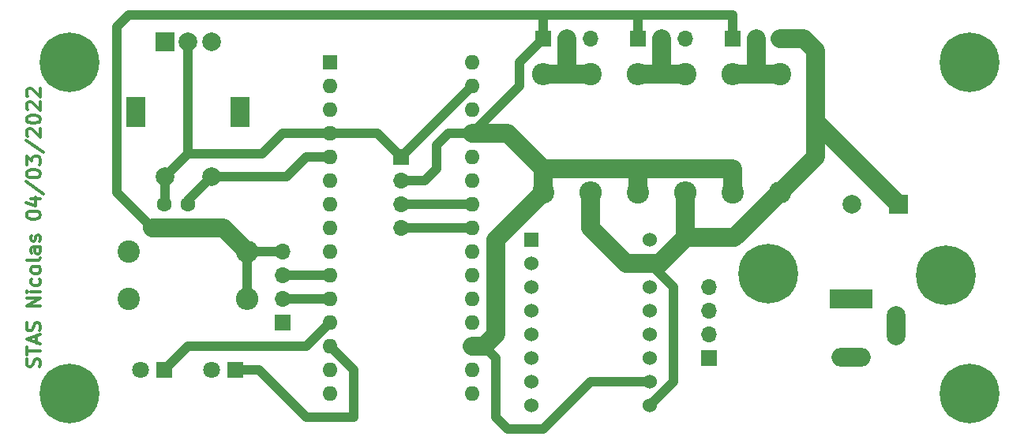
<source format=gbr>
%TF.GenerationSoftware,KiCad,Pcbnew,(6.0.2)*%
%TF.CreationDate,2022-03-04T14:07:56+01:00*%
%TF.ProjectId,interfacev1,696e7465-7266-4616-9365-76312e6b6963,rev?*%
%TF.SameCoordinates,Original*%
%TF.FileFunction,Copper,L1,Top*%
%TF.FilePolarity,Positive*%
%FSLAX46Y46*%
G04 Gerber Fmt 4.6, Leading zero omitted, Abs format (unit mm)*
G04 Created by KiCad (PCBNEW (6.0.2)) date 2022-03-04 14:07:56*
%MOMM*%
%LPD*%
G01*
G04 APERTURE LIST*
%ADD10C,0.300000*%
%TA.AperFunction,NonConductor*%
%ADD11C,0.300000*%
%TD*%
%TA.AperFunction,ComponentPad*%
%ADD12R,1.530000X1.530000*%
%TD*%
%TA.AperFunction,ComponentPad*%
%ADD13C,1.530000*%
%TD*%
%TA.AperFunction,ComponentPad*%
%ADD14C,2.400000*%
%TD*%
%TA.AperFunction,ComponentPad*%
%ADD15O,2.400000X2.400000*%
%TD*%
%TA.AperFunction,ComponentPad*%
%ADD16R,2.000000X2.000000*%
%TD*%
%TA.AperFunction,ComponentPad*%
%ADD17C,2.000000*%
%TD*%
%TA.AperFunction,ComponentPad*%
%ADD18R,2.000000X3.200000*%
%TD*%
%TA.AperFunction,ComponentPad*%
%ADD19R,4.600000X2.000000*%
%TD*%
%TA.AperFunction,ComponentPad*%
%ADD20O,4.200000X2.000000*%
%TD*%
%TA.AperFunction,ComponentPad*%
%ADD21O,2.000000X4.200000*%
%TD*%
%TA.AperFunction,ComponentPad*%
%ADD22R,1.700000X1.700000*%
%TD*%
%TA.AperFunction,ComponentPad*%
%ADD23O,1.700000X1.700000*%
%TD*%
%TA.AperFunction,ComponentPad*%
%ADD24C,0.800000*%
%TD*%
%TA.AperFunction,ComponentPad*%
%ADD25C,6.400000*%
%TD*%
%TA.AperFunction,ComponentPad*%
%ADD26R,1.800000X1.800000*%
%TD*%
%TA.AperFunction,ComponentPad*%
%ADD27C,1.800000*%
%TD*%
%TA.AperFunction,ComponentPad*%
%ADD28C,1.600000*%
%TD*%
%TA.AperFunction,ComponentPad*%
%ADD29R,1.600000X1.600000*%
%TD*%
%TA.AperFunction,ComponentPad*%
%ADD30O,1.600000X1.600000*%
%TD*%
%TA.AperFunction,Conductor*%
%ADD31C,1.000000*%
%TD*%
%TA.AperFunction,Conductor*%
%ADD32C,2.000000*%
%TD*%
G04 APERTURE END LIST*
D10*
D11*
X47597142Y-86048571D02*
X47668571Y-85834285D01*
X47668571Y-85477142D01*
X47597142Y-85334285D01*
X47525714Y-85262857D01*
X47382857Y-85191428D01*
X47240000Y-85191428D01*
X47097142Y-85262857D01*
X47025714Y-85334285D01*
X46954285Y-85477142D01*
X46882857Y-85762857D01*
X46811428Y-85905714D01*
X46740000Y-85977142D01*
X46597142Y-86048571D01*
X46454285Y-86048571D01*
X46311428Y-85977142D01*
X46240000Y-85905714D01*
X46168571Y-85762857D01*
X46168571Y-85405714D01*
X46240000Y-85191428D01*
X46168571Y-84762857D02*
X46168571Y-83905714D01*
X47668571Y-84334285D02*
X46168571Y-84334285D01*
X47240000Y-83477142D02*
X47240000Y-82762857D01*
X47668571Y-83620000D02*
X46168571Y-83120000D01*
X47668571Y-82620000D01*
X47597142Y-82191428D02*
X47668571Y-81977142D01*
X47668571Y-81620000D01*
X47597142Y-81477142D01*
X47525714Y-81405714D01*
X47382857Y-81334285D01*
X47240000Y-81334285D01*
X47097142Y-81405714D01*
X47025714Y-81477142D01*
X46954285Y-81620000D01*
X46882857Y-81905714D01*
X46811428Y-82048571D01*
X46740000Y-82120000D01*
X46597142Y-82191428D01*
X46454285Y-82191428D01*
X46311428Y-82120000D01*
X46240000Y-82048571D01*
X46168571Y-81905714D01*
X46168571Y-81548571D01*
X46240000Y-81334285D01*
X47668571Y-79548571D02*
X46168571Y-79548571D01*
X47668571Y-78691428D01*
X46168571Y-78691428D01*
X47668571Y-77977142D02*
X46668571Y-77977142D01*
X46168571Y-77977142D02*
X46240000Y-78048571D01*
X46311428Y-77977142D01*
X46240000Y-77905714D01*
X46168571Y-77977142D01*
X46311428Y-77977142D01*
X47597142Y-76620000D02*
X47668571Y-76762857D01*
X47668571Y-77048571D01*
X47597142Y-77191428D01*
X47525714Y-77262857D01*
X47382857Y-77334285D01*
X46954285Y-77334285D01*
X46811428Y-77262857D01*
X46740000Y-77191428D01*
X46668571Y-77048571D01*
X46668571Y-76762857D01*
X46740000Y-76620000D01*
X47668571Y-75762857D02*
X47597142Y-75905714D01*
X47525714Y-75977142D01*
X47382857Y-76048571D01*
X46954285Y-76048571D01*
X46811428Y-75977142D01*
X46740000Y-75905714D01*
X46668571Y-75762857D01*
X46668571Y-75548571D01*
X46740000Y-75405714D01*
X46811428Y-75334285D01*
X46954285Y-75262857D01*
X47382857Y-75262857D01*
X47525714Y-75334285D01*
X47597142Y-75405714D01*
X47668571Y-75548571D01*
X47668571Y-75762857D01*
X47668571Y-74405714D02*
X47597142Y-74548571D01*
X47454285Y-74620000D01*
X46168571Y-74620000D01*
X47668571Y-73191428D02*
X46882857Y-73191428D01*
X46740000Y-73262857D01*
X46668571Y-73405714D01*
X46668571Y-73691428D01*
X46740000Y-73834285D01*
X47597142Y-73191428D02*
X47668571Y-73334285D01*
X47668571Y-73691428D01*
X47597142Y-73834285D01*
X47454285Y-73905714D01*
X47311428Y-73905714D01*
X47168571Y-73834285D01*
X47097142Y-73691428D01*
X47097142Y-73334285D01*
X47025714Y-73191428D01*
X47597142Y-72548571D02*
X47668571Y-72405714D01*
X47668571Y-72120000D01*
X47597142Y-71977142D01*
X47454285Y-71905714D01*
X47382857Y-71905714D01*
X47240000Y-71977142D01*
X47168571Y-72120000D01*
X47168571Y-72334285D01*
X47097142Y-72477142D01*
X46954285Y-72548571D01*
X46882857Y-72548571D01*
X46740000Y-72477142D01*
X46668571Y-72334285D01*
X46668571Y-72120000D01*
X46740000Y-71977142D01*
X46168571Y-69834285D02*
X46168571Y-69691428D01*
X46240000Y-69548571D01*
X46311428Y-69477142D01*
X46454285Y-69405714D01*
X46740000Y-69334285D01*
X47097142Y-69334285D01*
X47382857Y-69405714D01*
X47525714Y-69477142D01*
X47597142Y-69548571D01*
X47668571Y-69691428D01*
X47668571Y-69834285D01*
X47597142Y-69977142D01*
X47525714Y-70048571D01*
X47382857Y-70120000D01*
X47097142Y-70191428D01*
X46740000Y-70191428D01*
X46454285Y-70120000D01*
X46311428Y-70048571D01*
X46240000Y-69977142D01*
X46168571Y-69834285D01*
X46668571Y-68048571D02*
X47668571Y-68048571D01*
X46097142Y-68405714D02*
X47168571Y-68762857D01*
X47168571Y-67834285D01*
X46097142Y-66191428D02*
X48025714Y-67477142D01*
X46168571Y-65405714D02*
X46168571Y-65262857D01*
X46240000Y-65120000D01*
X46311428Y-65048571D01*
X46454285Y-64977142D01*
X46740000Y-64905714D01*
X47097142Y-64905714D01*
X47382857Y-64977142D01*
X47525714Y-65048571D01*
X47597142Y-65120000D01*
X47668571Y-65262857D01*
X47668571Y-65405714D01*
X47597142Y-65548571D01*
X47525714Y-65620000D01*
X47382857Y-65691428D01*
X47097142Y-65762857D01*
X46740000Y-65762857D01*
X46454285Y-65691428D01*
X46311428Y-65620000D01*
X46240000Y-65548571D01*
X46168571Y-65405714D01*
X46168571Y-64405714D02*
X46168571Y-63477142D01*
X46740000Y-63977142D01*
X46740000Y-63762857D01*
X46811428Y-63620000D01*
X46882857Y-63548571D01*
X47025714Y-63477142D01*
X47382857Y-63477142D01*
X47525714Y-63548571D01*
X47597142Y-63620000D01*
X47668571Y-63762857D01*
X47668571Y-64191428D01*
X47597142Y-64334285D01*
X47525714Y-64405714D01*
X46097142Y-61762857D02*
X48025714Y-63048571D01*
X46311428Y-61334285D02*
X46240000Y-61262857D01*
X46168571Y-61120000D01*
X46168571Y-60762857D01*
X46240000Y-60620000D01*
X46311428Y-60548571D01*
X46454285Y-60477142D01*
X46597142Y-60477142D01*
X46811428Y-60548571D01*
X47668571Y-61405714D01*
X47668571Y-60477142D01*
X46168571Y-59548571D02*
X46168571Y-59405714D01*
X46240000Y-59262857D01*
X46311428Y-59191428D01*
X46454285Y-59120000D01*
X46740000Y-59048571D01*
X47097142Y-59048571D01*
X47382857Y-59120000D01*
X47525714Y-59191428D01*
X47597142Y-59262857D01*
X47668571Y-59405714D01*
X47668571Y-59548571D01*
X47597142Y-59691428D01*
X47525714Y-59762857D01*
X47382857Y-59834285D01*
X47097142Y-59905714D01*
X46740000Y-59905714D01*
X46454285Y-59834285D01*
X46311428Y-59762857D01*
X46240000Y-59691428D01*
X46168571Y-59548571D01*
X46311428Y-58477142D02*
X46240000Y-58405714D01*
X46168571Y-58262857D01*
X46168571Y-57905714D01*
X46240000Y-57762857D01*
X46311428Y-57691428D01*
X46454285Y-57620000D01*
X46597142Y-57620000D01*
X46811428Y-57691428D01*
X47668571Y-58548571D01*
X47668571Y-57620000D01*
X46311428Y-57048571D02*
X46240000Y-56977142D01*
X46168571Y-56834285D01*
X46168571Y-56477142D01*
X46240000Y-56334285D01*
X46311428Y-56262857D01*
X46454285Y-56191428D01*
X46597142Y-56191428D01*
X46811428Y-56262857D01*
X47668571Y-57120000D01*
X47668571Y-56191428D01*
D12*
%TO.P,U1,1,~{ENABLE}*%
%TO.N,unconnected-(U1-Pad1)*%
X100330000Y-72390000D03*
D13*
%TO.P,U1,2,MS1*%
%TO.N,ms1*%
X100330000Y-74930000D03*
%TO.P,U1,3,MS2*%
%TO.N,ms2*%
X100330000Y-77470000D03*
%TO.P,U1,4,MS3*%
%TO.N,ms3*%
X100330000Y-80010000D03*
%TO.P,U1,5,~{RESET}*%
%TO.N,Net-(U1-Pad5)*%
X100330000Y-82550000D03*
%TO.P,U1,6,~{SLEEP}*%
X100330000Y-85090000D03*
%TO.P,U1,7,STEP*%
%TO.N,step*%
X100330000Y-87630000D03*
%TO.P,U1,8,DIR*%
%TO.N,dir*%
X100330000Y-90170000D03*
%TO.P,U1,9,GND*%
%TO.N,GND*%
X113030000Y-90170000D03*
%TO.P,U1,10,VDD*%
%TO.N,+5V*%
X113030000Y-87630000D03*
%TO.P,U1,11,1B*%
%TO.N,Net-(J2-Pad2)*%
X113030000Y-85090000D03*
%TO.P,U1,12,1A*%
%TO.N,Net-(J2-Pad1)*%
X113030000Y-82550000D03*
%TO.P,U1,13,2A*%
%TO.N,Net-(J2-Pad3)*%
X113030000Y-80010000D03*
%TO.P,U1,14,2B*%
%TO.N,Net-(J2-Pad4)*%
X113030000Y-77470000D03*
%TO.P,U1,15,GND*%
%TO.N,GND*%
X113030000Y-74930000D03*
%TO.P,U1,16,VMOT*%
%TO.N,+12V*%
X113030000Y-72390000D03*
%TD*%
D14*
%TO.P,R8,1*%
%TO.N,l3*%
X106680000Y-54610000D03*
D15*
%TO.P,R8,2*%
%TO.N,GND*%
X106680000Y-67310000D03*
%TD*%
D14*
%TO.P,R7,1*%
%TO.N,+5V*%
X101600000Y-67310000D03*
D15*
%TO.P,R7,2*%
%TO.N,l3*%
X101600000Y-54610000D03*
%TD*%
D14*
%TO.P,R6,1*%
%TO.N,l2*%
X116840000Y-54610000D03*
D15*
%TO.P,R6,2*%
%TO.N,GND*%
X116840000Y-67310000D03*
%TD*%
D14*
%TO.P,R5,1*%
%TO.N,+5V*%
X111760000Y-67310000D03*
D15*
%TO.P,R5,2*%
%TO.N,l2*%
X111760000Y-54610000D03*
%TD*%
D14*
%TO.P,R4,1*%
%TO.N,l1*%
X127000000Y-54610000D03*
D15*
%TO.P,R4,2*%
%TO.N,GND*%
X127000000Y-67310000D03*
%TD*%
D14*
%TO.P,R3,1*%
%TO.N,+5V*%
X121920000Y-67310000D03*
D15*
%TO.P,R3,2*%
%TO.N,l1*%
X121920000Y-54610000D03*
%TD*%
D14*
%TO.P,R2,1*%
%TO.N,Net-(D2-Pad2)*%
X57150000Y-78740000D03*
D15*
%TO.P,R2,2*%
%TO.N,+5V*%
X69850000Y-78740000D03*
%TD*%
D14*
%TO.P,R1,1*%
%TO.N,Net-(D1-Pad2)*%
X57150000Y-73660000D03*
D15*
%TO.P,R1,2*%
%TO.N,+5V*%
X69850000Y-73660000D03*
%TD*%
D16*
%TO.P,MT1,A,A*%
%TO.N,encod_dir*%
X61000000Y-51170000D03*
D17*
%TO.P,MT1,B,B*%
%TO.N,encod_int*%
X66000000Y-51170000D03*
%TO.P,MT1,C*%
%TO.N,GND*%
X63500000Y-51170000D03*
D18*
%TO.P,MT1,MP*%
%TO.N,N/C*%
X69100000Y-58670000D03*
X57900000Y-58670000D03*
D17*
%TO.P,MT1,S1,SHIELD*%
%TO.N,button*%
X66000000Y-65670000D03*
%TO.P,MT1,S2,SHIELD*%
%TO.N,GND*%
X61000000Y-65670000D03*
%TD*%
D19*
%TO.P,J7,1*%
%TO.N,+12V*%
X134620000Y-78740000D03*
D20*
%TO.P,J7,2*%
%TO.N,GND*%
X134620000Y-85040000D03*
D21*
%TO.P,J7,3*%
%TO.N,N/C*%
X139420000Y-81640000D03*
%TD*%
D22*
%TO.P,J6,1,Pin_1*%
%TO.N,GND*%
X73660000Y-81280000D03*
D23*
%TO.P,J6,2,Pin_2*%
%TO.N,load_data*%
X73660000Y-78740000D03*
%TO.P,J6,3,Pin_3*%
%TO.N,load_clk*%
X73660000Y-76200000D03*
%TO.P,J6,4,Pin_4*%
%TO.N,+5V*%
X73660000Y-73660000D03*
%TD*%
D22*
%TO.P,J5,1,Pin_1*%
%TO.N,+5V*%
X101600000Y-50800000D03*
D23*
%TO.P,J5,2,Pin_2*%
%TO.N,l3*%
X104140000Y-50800000D03*
%TO.P,J5,3,Pin_3*%
%TO.N,GND*%
X106680000Y-50800000D03*
%TD*%
D22*
%TO.P,J4,1,Pin_1*%
%TO.N,+5V*%
X111760000Y-50800000D03*
D23*
%TO.P,J4,2,Pin_2*%
%TO.N,l2*%
X114300000Y-50800000D03*
%TO.P,J4,3,Pin_3*%
%TO.N,GND*%
X116840000Y-50800000D03*
%TD*%
D22*
%TO.P,J3,1,Pin_1*%
%TO.N,+5V*%
X121920000Y-50800000D03*
D23*
%TO.P,J3,2,Pin_2*%
%TO.N,l1*%
X124460000Y-50800000D03*
%TO.P,J3,3,Pin_3*%
%TO.N,GND*%
X127000000Y-50800000D03*
%TD*%
D22*
%TO.P,J2,1,Pin_1*%
%TO.N,Net-(J2-Pad2)*%
X119380000Y-85080000D03*
D23*
%TO.P,J2,2,Pin_2*%
%TO.N,Net-(J2-Pad1)*%
X119380000Y-82540000D03*
%TO.P,J2,3,Pin_3*%
%TO.N,Net-(J2-Pad3)*%
X119380000Y-80000000D03*
%TO.P,J2,4,Pin_4*%
%TO.N,Net-(J2-Pad4)*%
X119380000Y-77460000D03*
%TD*%
D22*
%TO.P,J1,1,Pin_1*%
%TO.N,GND*%
X86360000Y-63500000D03*
D23*
%TO.P,J1,2,Pin_2*%
%TO.N,+5V*%
X86360000Y-66040000D03*
%TO.P,J1,3,Pin_3*%
%TO.N,scl*%
X86360000Y-68580000D03*
%TO.P,J1,4,Pin_4*%
%TO.N,sda*%
X86360000Y-71120000D03*
%TD*%
D24*
%TO.P,H6,1,1*%
%TO.N,GND*%
X144780000Y-73800000D03*
X146477056Y-77897056D03*
X146477056Y-74502944D03*
X147180000Y-76200000D03*
D25*
X144780000Y-76200000D03*
D24*
X144780000Y-78600000D03*
X143082944Y-74502944D03*
X143082944Y-77897056D03*
X142380000Y-76200000D03*
%TD*%
%TO.P,H5,1,1*%
%TO.N,+12V*%
X125730000Y-73660000D03*
X127427056Y-77757056D03*
X127427056Y-74362944D03*
X128130000Y-76060000D03*
D25*
X125730000Y-76060000D03*
D24*
X125730000Y-78460000D03*
X124032944Y-74362944D03*
X124032944Y-77757056D03*
X123330000Y-76060000D03*
%TD*%
D25*
%TO.P,H4,1*%
%TO.N,N/C*%
X147320000Y-88900000D03*
%TD*%
%TO.P,H3,1*%
%TO.N,N/C*%
X50800000Y-53340000D03*
%TD*%
%TO.P,H2,1*%
%TO.N,N/C*%
X147320000Y-53340000D03*
%TD*%
%TO.P,H1,1*%
%TO.N,N/C*%
X50800000Y-88900000D03*
%TD*%
D26*
%TO.P,D2,1,K*%
%TO.N,Net-(A1-Pad13)*%
X68580000Y-86360000D03*
D27*
%TO.P,D2,2,A*%
%TO.N,Net-(D2-Pad2)*%
X66040000Y-86360000D03*
%TD*%
D26*
%TO.P,D1,1,K*%
%TO.N,Net-(A1-Pad12)*%
X60960000Y-86360000D03*
D27*
%TO.P,D1,2,A*%
%TO.N,Net-(D1-Pad2)*%
X58420000Y-86360000D03*
%TD*%
D16*
%TO.P,C2,1*%
%TO.N,GND*%
X139700000Y-68580000D03*
D17*
%TO.P,C2,2*%
%TO.N,+12V*%
X134700000Y-68580000D03*
%TD*%
D28*
%TO.P,C1,1*%
%TO.N,GND*%
X60960000Y-68580000D03*
%TO.P,C1,2*%
%TO.N,button*%
X63460000Y-68580000D03*
%TD*%
D29*
%TO.P,A1,1,TX1*%
%TO.N,unconnected-(A1-Pad1)*%
X78740000Y-53340000D03*
D30*
%TO.P,A1,2,RX1*%
%TO.N,unconnected-(A1-Pad2)*%
X78740000Y-55880000D03*
%TO.P,A1,3,~{RESET}*%
%TO.N,unconnected-(A1-Pad3)*%
X78740000Y-58420000D03*
%TO.P,A1,4,GND*%
%TO.N,GND*%
X78740000Y-60960000D03*
%TO.P,A1,5,D2*%
%TO.N,button*%
X78740000Y-63500000D03*
%TO.P,A1,6,D3*%
%TO.N,encod_int*%
X78740000Y-66040000D03*
%TO.P,A1,7,D4*%
%TO.N,encod_dir*%
X78740000Y-68580000D03*
%TO.P,A1,8,D5*%
%TO.N,step*%
X78740000Y-71120000D03*
%TO.P,A1,9,D6*%
%TO.N,dir*%
X78740000Y-73660000D03*
%TO.P,A1,10,D7*%
%TO.N,load_clk*%
X78740000Y-76200000D03*
%TO.P,A1,11,D8*%
%TO.N,load_data*%
X78740000Y-78740000D03*
%TO.P,A1,12,D9*%
%TO.N,Net-(A1-Pad12)*%
X78740000Y-81280000D03*
%TO.P,A1,13,D10*%
%TO.N,Net-(A1-Pad13)*%
X78740000Y-83820000D03*
%TO.P,A1,14,MOSI*%
%TO.N,unconnected-(A1-Pad14)*%
X78740000Y-86360000D03*
%TO.P,A1,15,MISO*%
%TO.N,unconnected-(A1-Pad15)*%
X78740000Y-88900000D03*
%TO.P,A1,16,SCK*%
%TO.N,unconnected-(A1-Pad16)*%
X93980000Y-88900000D03*
%TO.P,A1,17,3V3*%
%TO.N,+3V3*%
X93980000Y-86360000D03*
%TO.P,A1,18,AREF*%
%TO.N,+5V*%
X93980000Y-83820000D03*
%TO.P,A1,19,A0*%
%TO.N,ms3*%
X93980000Y-81280000D03*
%TO.P,A1,20,A1*%
%TO.N,ms2*%
X93980000Y-78740000D03*
%TO.P,A1,21,A2*%
%TO.N,ms1*%
X93980000Y-76200000D03*
%TO.P,A1,22,A3*%
%TO.N,l1*%
X93980000Y-73660000D03*
%TO.P,A1,23,SDA/A4*%
%TO.N,sda*%
X93980000Y-71120000D03*
%TO.P,A1,24,SCL/A5*%
%TO.N,scl*%
X93980000Y-68580000D03*
%TO.P,A1,25,A6*%
%TO.N,l2*%
X93980000Y-66040000D03*
%TO.P,A1,26,A7*%
%TO.N,l3*%
X93980000Y-63500000D03*
%TO.P,A1,27,+5V*%
%TO.N,+5V*%
X93980000Y-60960000D03*
%TO.P,A1,28,~{RESET}*%
%TO.N,unconnected-(A1-Pad28)*%
X93980000Y-58420000D03*
%TO.P,A1,29,GND*%
%TO.N,GND*%
X93980000Y-55880000D03*
%TO.P,A1,30,VIN*%
%TO.N,unconnected-(A1-Pad30)*%
X93980000Y-53340000D03*
%TD*%
D31*
%TO.N,+5V*%
X86360000Y-66040000D02*
X88900000Y-66040000D01*
X91440000Y-60960000D02*
X90170000Y-62230000D01*
X88900000Y-66040000D02*
X90170000Y-64770000D01*
X90170000Y-64770000D02*
X90170000Y-62230000D01*
X93980000Y-60960000D02*
X91440000Y-60960000D01*
%TO.N,GND*%
X86360000Y-63500000D02*
X93980000Y-55880000D01*
X78740000Y-60960000D02*
X83820000Y-60960000D01*
X83820000Y-60960000D02*
X86360000Y-63500000D01*
%TO.N,sda*%
X93980000Y-71120000D02*
X86360000Y-71120000D01*
%TO.N,scl*%
X86360000Y-68580000D02*
X93980000Y-68580000D01*
%TO.N,+5V*%
X101600000Y-50800000D02*
X99060000Y-53340000D01*
X99060000Y-53340000D02*
X99060000Y-55880000D01*
X96520000Y-48260000D02*
X101600000Y-48260000D01*
X101600000Y-48260000D02*
X101600000Y-50800000D01*
X111760000Y-48260000D02*
X121920000Y-48260000D01*
X121920000Y-48260000D02*
X121920000Y-50800000D01*
X101600000Y-48260000D02*
X111760000Y-48260000D01*
X111760000Y-48260000D02*
X111760000Y-50800000D01*
X57150000Y-48260000D02*
X96520000Y-48260000D01*
X55880000Y-49530000D02*
X57150000Y-48260000D01*
X59690000Y-71120000D02*
X55880000Y-67310000D01*
X55880000Y-67310000D02*
X55880000Y-49530000D01*
D32*
X69850000Y-73660000D02*
X67310000Y-71120000D01*
X67310000Y-71120000D02*
X59690000Y-71120000D01*
%TO.N,GND*%
X130810000Y-63500000D02*
X130810000Y-59690000D01*
X130810000Y-59690000D02*
X130810000Y-52070000D01*
X139700000Y-68580000D02*
X130810000Y-59690000D01*
X127000000Y-67310000D02*
X130810000Y-63500000D01*
X130810000Y-52070000D02*
X129540000Y-50800000D01*
X129540000Y-50800000D02*
X127000000Y-50800000D01*
%TO.N,+5V*%
X121920000Y-67310000D02*
X121920000Y-64770000D01*
X121920000Y-64770000D02*
X111760000Y-64770000D01*
X111760000Y-67310000D02*
X111760000Y-64770000D01*
X111760000Y-64770000D02*
X101600000Y-64770000D01*
X97790000Y-60960000D02*
X101600000Y-64770000D01*
X93980000Y-60960000D02*
X97790000Y-60960000D01*
X101600000Y-64770000D02*
X101600000Y-67310000D01*
X96520000Y-82550000D02*
X96520000Y-72390000D01*
X95250000Y-83820000D02*
X96520000Y-82550000D01*
X96520000Y-72390000D02*
X101600000Y-67310000D01*
X93980000Y-83820000D02*
X95111370Y-83820000D01*
%TO.N,l1*%
X124460000Y-54610000D02*
X127000000Y-54610000D01*
X121920000Y-54610000D02*
X124460000Y-54610000D01*
X124460000Y-54610000D02*
X124460000Y-50800000D01*
%TO.N,l2*%
X114300000Y-54610000D02*
X116840000Y-54610000D01*
X111760000Y-54610000D02*
X114300000Y-54610000D01*
X114300000Y-54610000D02*
X114300000Y-50800000D01*
%TO.N,l3*%
X104140000Y-54610000D02*
X106680000Y-54610000D01*
X101600000Y-54610000D02*
X104140000Y-54610000D01*
X104140000Y-54610000D02*
X104140000Y-50800000D01*
%TO.N,GND*%
X127000000Y-67310000D02*
X122108127Y-72201873D01*
X122108127Y-72201873D02*
X116840000Y-72201873D01*
X113030000Y-74930000D02*
X114111873Y-74930000D01*
X114111873Y-74930000D02*
X116840000Y-72201873D01*
X116840000Y-72201873D02*
X116840000Y-67310000D01*
X106680000Y-67310000D02*
X106680000Y-71120000D01*
X106680000Y-71120000D02*
X110490000Y-74930000D01*
X110490000Y-74930000D02*
X113030000Y-74930000D01*
D31*
X113030000Y-90170000D02*
X115570000Y-87630000D01*
X115570000Y-87630000D02*
X115570000Y-77470000D01*
X115570000Y-77470000D02*
X113030000Y-74930000D01*
%TO.N,+5V*%
X113030000Y-87630000D02*
X106680000Y-87630000D01*
X97790000Y-92710000D02*
X96520000Y-91440000D01*
X106680000Y-87630000D02*
X101600000Y-92710000D01*
X101600000Y-92710000D02*
X97790000Y-92710000D01*
X96520000Y-91440000D02*
X96520000Y-85090000D01*
X96520000Y-85090000D02*
X95250000Y-83820000D01*
X95250000Y-83820000D02*
X93980000Y-83820000D01*
%TO.N,Net-(A1-Pad12)*%
X63500000Y-83820000D02*
X76200000Y-83820000D01*
X60960000Y-86360000D02*
X63500000Y-83820000D01*
X76200000Y-83820000D02*
X78740000Y-81280000D01*
%TO.N,Net-(A1-Pad13)*%
X68580000Y-86360000D02*
X71120000Y-86360000D01*
X71120000Y-86360000D02*
X76200000Y-91440000D01*
X76200000Y-91440000D02*
X81280000Y-91440000D01*
X81280000Y-91440000D02*
X81280000Y-86360000D01*
X81280000Y-86360000D02*
X78740000Y-83820000D01*
%TO.N,+5V*%
X69850000Y-73660000D02*
X69850000Y-78740000D01*
X69850000Y-73660000D02*
X73660000Y-73660000D01*
%TO.N,load_data*%
X78740000Y-78740000D02*
X73660000Y-78740000D01*
%TO.N,load_clk*%
X73660000Y-76200000D02*
X78740000Y-76200000D01*
%TO.N,+5V*%
X93980000Y-60960000D02*
X99060000Y-55880000D01*
%TO.N,GND*%
X73660000Y-60960000D02*
X78740000Y-60960000D01*
X63500000Y-63170000D02*
X71450000Y-63170000D01*
X71450000Y-63170000D02*
X73660000Y-60960000D01*
X61000000Y-65670000D02*
X61000000Y-68540000D01*
X61000000Y-68540000D02*
X60960000Y-68580000D01*
X63500000Y-51170000D02*
X63500000Y-63170000D01*
X63500000Y-63170000D02*
X61000000Y-65670000D01*
%TO.N,button*%
X63460000Y-68580000D02*
X63460000Y-68210000D01*
X63460000Y-68210000D02*
X66000000Y-65670000D01*
X74030000Y-65670000D02*
X76200000Y-63500000D01*
X76200000Y-63500000D02*
X78740000Y-63500000D01*
X66000000Y-65670000D02*
X74030000Y-65670000D01*
%TD*%
M02*

</source>
